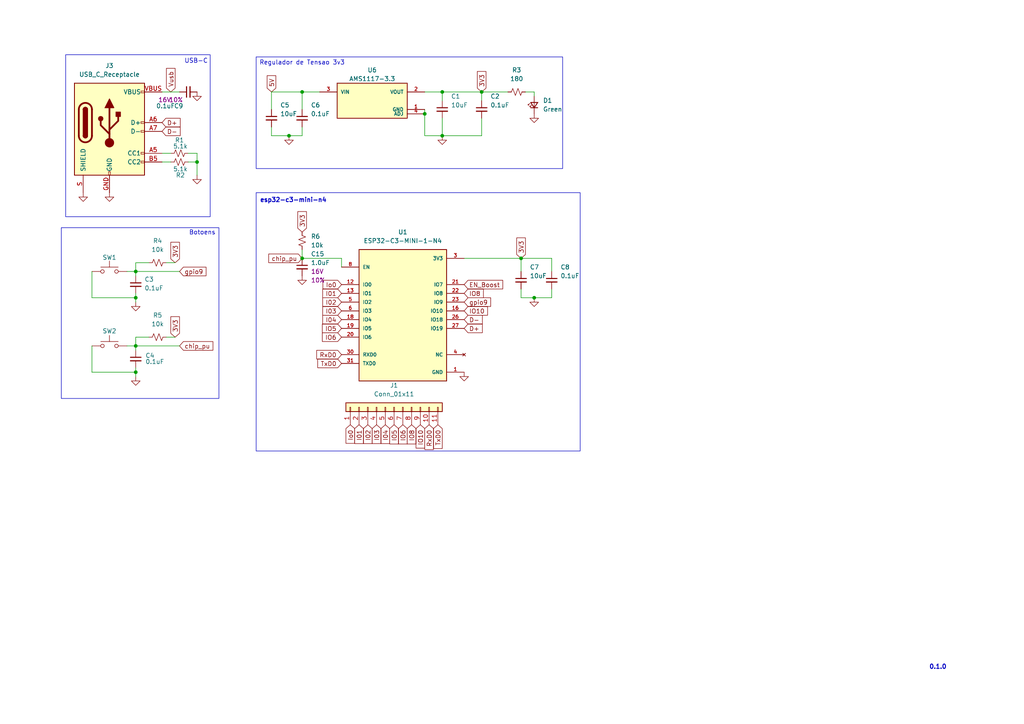
<source format=kicad_sch>
(kicad_sch (version 20250114) (generator "eeschema") (generator_version "9.0")
  (paper "A4")
  (lib_symbols
    (symbol "AMS1117-3.3:AMS1117-3.3" (pin_names (offset 1.016))
      (property "Reference" "U6" (at 0 8.89 0))
      (property "Value" "AMS1117-3.3" (at 0 6.35 0))
      (symbol "AMS1117-3.3_0_0"
        (rectangle (start -10.16 5.08) (end 10.16 -5.08) (stroke (width 0.254)) (fill (type background)))
        (pin input line (at -15.24 2.54 0) (length 5.08) (name "VIN") (number "3"))
        (pin output line (at 15.24 2.54 180) (length 5.08) (name "VOUT") (number "2"))
      )
      (symbol "AMS1117-3.3_1_0"
        (pin power_in line (at 15.24 -2.54 180) (length 5.08) (name "GND") (number "1"))
        (pin power_in line (at 15.24 -3.81 180) (length 5.08) (name "ADJ") (number "4"))
      )
    )
    (symbol "ESP32-C3-MINI-1-N4:ESP32-C3-MINI-1-N4" (pin_names (offset 1.016))
      (property "Reference" "U" (at -12.7 18.796 0))
      (property "Value" "ESP32-C3-MINI-1-N4" (at -12.7 -22.86 0))
      (symbol "ESP32-C3-MINI-1-N4_0_0"
        (rectangle (start -12.7 -20.32) (end 12.7 17.78) (stroke (width 0.254)) (fill (type background)))
        (pin input line (at -17.78 12.7 0) (length 5.08) (name "EN") (number "8"))
        (pin bidirectional line (at -17.78 7.62 0) (length 5.08) (name "IO0") (number "12"))
        (pin bidirectional line (at -17.78 5.08 0) (length 5.08) (name "IO1") (number "13"))
        (pin bidirectional line (at -17.78 2.54 0) (length 5.08) (name "IO2") (number "5"))
        (pin bidirectional line (at -17.78 0 0) (length 5.08) (name "IO3") (number "6"))
        (pin bidirectional line (at -17.78 -2.54 0) (length 5.08) (name "IO4") (number "18"))
        (pin bidirectional line (at -17.78 -5.08 0) (length 5.08) (name "IO5") (number "19"))
        (pin bidirectional line (at -17.78 -7.62 0) (length 5.08) (name "IO6") (number "20"))
        (pin bidirectional line (at -17.78 -12.7 0) (length 5.08) (name "RXD0") (number "30"))
        (pin bidirectional line (at -17.78 -15.24 0) (length 5.08) (name "TXD0") (number "31"))
        (pin power_in line (at 17.78 15.24 180) (length 5.08) (name "3V3") (number "3"))
        (pin bidirectional line (at 17.78 7.62 180) (length 5.08) (name "IO7") (number "21"))
        (pin bidirectional line (at 17.78 5.08 180) (length 5.08) (name "IO8") (number "22"))
        (pin bidirectional line (at 17.78 2.54 180) (length 5.08) (name "IO9") (number "23"))
        (pin bidirectional line (at 17.78 0 180) (length 5.08) (name "IO10") (number "16"))
        (pin bidirectional line (at 17.78 -2.54 180) (length 5.08) (name "IO18") (number "26"))
        (pin bidirectional line (at 17.78 -5.08 180) (length 5.08) (name "IO19") (number "27"))
        (pin no_connect line (at 17.78 -12.7 180) (length 5.08) (hide yes) (name "NC") (number "10"))
        (pin no_connect line (at 17.78 -12.7 180) (length 5.08) (hide yes) (name "NC") (number "15"))
        (pin no_connect line (at 17.78 -12.7 180) (length 5.08) (hide yes) (name "NC") (number "17"))
        (pin no_connect line (at 17.78 -12.7 180) (length 5.08) (hide yes) (name "NC") (number "24"))
        (pin no_connect line (at 17.78 -12.7 180) (length 5.08) (hide yes) (name "NC") (number "25"))
        (pin no_connect line (at 17.78 -12.7 180) (length 5.08) (hide yes) (name "NC") (number "28"))
        (pin no_connect line (at 17.78 -12.7 180) (length 5.08) (hide yes) (name "NC") (number "29"))
        (pin no_connect line (at 17.78 -12.7 180) (length 5.08) (hide yes) (name "NC") (number "32"))
        (pin no_connect line (at 17.78 -12.7 180) (length 5.08) (hide yes) (name "NC") (number "33"))
        (pin no_connect line (at 17.78 -12.7 180) (length 5.08) (hide yes) (name "NC") (number "34"))
        (pin no_connect line (at 17.78 -12.7 180) (length 5.08) (hide yes) (name "NC") (number "35"))
        (pin no_connect line (at 17.78 -12.7 180) (length 5.08) (name "NC") (number "4"))
        (pin no_connect line (at 17.78 -12.7 180) (length 5.08) (hide yes) (name "NC") (number "7"))
        (pin no_connect line (at 17.78 -12.7 180) (length 5.08) (hide yes) (name "NC") (number "9"))
        (pin power_in line (at 17.78 -17.78 180) (length 5.08) (name "GND") (number "1"))
        (pin power_in line (at 17.78 -17.78 180) (length 5.08) (hide yes) (name "GND") (number "11"))
        (pin power_in line (at 17.78 -17.78 180) (length 5.08) (hide yes) (name "GND") (number "14"))
        (pin power_in line (at 17.78 -17.78 180) (length 5.08) (hide yes) (name "GND") (number "2"))
        (pin power_in line (at 17.78 -17.78 180) (length 5.08) (hide yes) (name "GND") (number "36"))
        (pin power_in line (at 17.78 -17.78 180) (length 5.08) (hide yes) (name "GND") (number "37"))
        (pin power_in line (at 17.78 -17.78 180) (length 5.08) (hide yes) (name "GND") (number "38"))
        (pin power_in line (at 17.78 -17.78 180) (length 5.08) (hide yes) (name "GND") (number "39"))
        (pin power_in line (at 17.78 -17.78 180) (length 5.08) (hide yes) (name "GND") (number "40"))
        (pin power_in line (at 17.78 -17.78 180) (length 5.08) (hide yes) (name "GND") (number "41"))
        (pin power_in line (at 17.78 -17.78 180) (length 5.08) (hide yes) (name "GND") (number "42"))
        (pin power_in line (at 17.78 -17.78 180) (length 5.08) (hide yes) (name "GND") (number "43"))
        (pin power_in line (at 17.78 -17.78 180) (length 5.08) (hide yes) (name "GND") (number "44"))
        (pin power_in line (at 17.78 -17.78 180) (length 5.08) (hide yes) (name "GND") (number "45"))
        (pin power_in line (at 17.78 -17.78 180) (length 5.08) (hide yes) (name "GND") (number "46"))
        (pin power_in line (at 17.78 -17.78 180) (length 5.08) (hide yes) (name "GND") (number "47"))
        (pin power_in line (at 17.78 -17.78 180) (length 5.08) (hide yes) (name "GND") (number "48"))
        (pin power_in line (at 17.78 -17.78 180) (length 5.08) (hide yes) (name "GND") (number "49_1"))
        (pin power_in line (at 17.78 -17.78 180) (length 5.08) (hide yes) (name "GND") (number "49_2"))
        (pin power_in line (at 17.78 -17.78 180) (length 5.08) (hide yes) (name "GND") (number "49_3"))
        (pin power_in line (at 17.78 -17.78 180) (length 5.08) (hide yes) (name "GND") (number "49_4"))
        (pin power_in line (at 17.78 -17.78 180) (length 5.08) (hide yes) (name "GND") (number "49_5"))
        (pin power_in line (at 17.78 -17.78 180) (length 5.08) (hide yes) (name "GND") (number "49_6"))
        (pin power_in line (at 17.78 -17.78 180) (length 5.08) (hide yes) (name "GND") (number "49_7"))
        (pin power_in line (at 17.78 -17.78 180) (length 5.08) (hide yes) (name "GND") (number "49_8"))
        (pin power_in line (at 17.78 -17.78 180) (length 5.08) (hide yes) (name "GND") (number "49_9"))
        (pin power_in line (at 17.78 -17.78 180) (length 5.08) (hide yes) (name "GND") (number "50"))
        (pin power_in line (at 17.78 -17.78 180) (length 5.08) (hide yes) (name "GND") (number "51"))
        (pin power_in line (at 17.78 -17.78 180) (length 5.08) (hide yes) (name "GND") (number "52"))
        (pin power_in line (at 17.78 -17.78 180) (length 5.08) (hide yes) (name "GND") (number "53"))
      )
    )
    (symbol "PCM_4ms_Power-symbol:GND" (power) (pin_names (offset 0))
      (property "Value" "GND" (at 0 -3.81 0))
      (symbol "GND_0_1"
        (polyline (pts (xy 0 0) (xy 0 -1.27) (xy 1.27 -1.27) (xy 0 -2.54) (xy -1.27 -1.27) (xy 0 -1.27)))
      )
      (symbol "GND_1_1"
        (pin power_in line (at 0 0 270) (length 0) (hide yes) (name "GND") (number "1"))
      )
    )
    (symbol "PCM_SparkFun-Capacitor:0.1uF_0402_16V_10%" (pin_numbers (hide yes)) (pin_names (offset 0.254))
      (property "Reference" "C" (at 0.635 2.54 0))
      (property "Value" "0.1uF" (at 0.635 -2.54 0))
      (property "Voltage" "16V" (at 0 -6.35 0))
      (property "Tolerance" "10%" (at 0 -8.89 0))
      (symbol "0.1uF_0402_16V_10%_0_1"
        (polyline (pts (xy -1.524 0.508) (xy 1.524 0.508)) (stroke (width 0.3048)))
        (polyline (pts (xy -1.524 -0.508) (xy 1.524 -0.508)) (stroke (width 0.3302)))
      )
      (symbol "0.1uF_0402_16V_10%_1_1"
        (pin passive line (at 0 2.54 270) (length 2.032) (name "~") (number "1"))
        (pin passive line (at 0 -2.54 90) (length 2.032) (name "~") (number "2"))
      )
    )
    (symbol "PCM_SparkFun-Capacitor:1.0uF_0402_16V_10%" (pin_numbers (hide yes)) (pin_names (offset 0.254))
      (property "Reference" "C" (at 0.635 2.54 0))
      (property "Value" "1.0uF" (at 0.635 -2.54 0))
      (property "Voltage" "16V" (at 0 -6.35 0))
      (property "Tolerance" "10%" (at 0 -8.89 0))
      (symbol "1.0uF_0402_16V_10%_0_1"
        (polyline (pts (xy -1.524 0.508) (xy 1.524 0.508)) (stroke (width 0.3048)))
        (polyline (pts (xy -1.524 -0.508) (xy 1.524 -0.508)) (stroke (width 0.3302)))
      )
      (symbol "1.0uF_0402_16V_10%_1_1"
        (pin passive line (at 0 2.54 270) (length 2.032) (name "~") (number "1"))
        (pin passive line (at 0 -2.54 90) (length 2.032) (name "~") (number "2"))
      )
    )
    (symbol "PCM_SparkFun-Capacitor:10uF_0603_6.3V_20%" (pin_numbers (hide yes)) (pin_names (offset 0.254))
      (property "Reference" "C" (at 0.635 2.54 0))
      (property "Value" "10uF" (at 0.635 -2.54 0))
      (property "Voltage" "6.3V" (at 0 -6.35 0))
      (property "Tolerance" "20%" (at 0 -8.89 0))
      (symbol "10uF_0603_6.3V_20%_0_1"
        (polyline (pts (xy -1.524 0.508) (xy 1.524 0.508)) (stroke (width 0.3048)))
        (polyline (pts (xy -1.524 -0.508) (xy 1.524 -0.508)) (stroke (width 0.3302)))
      )
      (symbol "10uF_0603_6.3V_20%_1_1"
        (pin passive line (at 0 2.54 270) (length 2.032) (name "~") (number "1"))
        (pin passive line (at 0 -2.54 90) (length 2.032) (name "~") (number "2"))
      )
    )
    (symbol "PCM_SparkFun-Connector:Conn_01x11_P2.54mm" (pin_names (offset 1.016) (hide yes))
      (property "Reference" "J" (at 0 15.24 0))
      (property "Value" "Conn_01x11" (at 0 -15.24 0))
      (symbol "Conn_01x11_P2.54mm_1_1"
        (rectangle (start -1.27 13.97) (end 1.27 -13.97) (stroke (width 0.254)) (fill (type background)))
        (rectangle (start -1.27 12.827) (end 0 12.573) (stroke (width 0.1524)))
        (rectangle (start -1.27 10.287) (end 0 10.033) (stroke (width 0.1524)))
        (rectangle (start -1.27 7.747) (end 0 7.493) (stroke (width 0.1524)))
        (rectangle (start -1.27 5.207) (end 0 4.953) (stroke (width 0.1524)))
        (rectangle (start -1.27 2.667) (end 0 2.413) (stroke (width 0.1524)))
        (rectangle (start -1.27 0.127) (end 0 -0.127) (stroke (width 0.1524)))
        (rectangle (start -1.27 -2.413) (end 0 -2.667) (stroke (width 0.1524)))
        (rectangle (start -1.27 -4.953) (end 0 -5.207) (stroke (width 0.1524)))
        (rectangle (start -1.27 -7.493) (end 0 -7.747) (stroke (width 0.1524)))
        (rectangle (start -1.27 -10.033) (end 0 -10.287) (stroke (width 0.1524)))
        (rectangle (start -1.27 -12.573) (end 0 -12.827) (stroke (width 0.1524)))
        (pin passive line (at -5.08 12.7 0) (length 3.81) (name "Pin_1") (number "1"))
        (pin passive line (at -5.08 10.16 0) (length 3.81) (name "Pin_2") (number "2"))
        (pin passive line (at -5.08 7.62 0) (length 3.81) (name "Pin_3") (number "3"))
        (pin passive line (at -5.08 5.08 0) (length 3.81) (name "Pin_4") (number "4"))
        (pin passive line (at -5.08 2.54 0) (length 3.81) (name "Pin_5") (number "5"))
        (pin passive line (at -5.08 0 0) (length 3.81) (name "Pin_6") (number "6"))
        (pin passive line (at -5.08 -2.54 0) (length 3.81) (name "Pin_7") (number "7"))
        (pin passive line (at -5.08 -5.08 0) (length 3.81) (name "Pin_8") (number "8"))
        (pin passive line (at -5.08 -7.62 0) (length 3.81) (name "Pin_9") (number "9"))
        (pin passive line (at -5.08 -10.16 0) (length 3.81) (name "Pin_10") (number "10"))
        (pin passive line (at -5.08 -12.7 0) (length 3.81) (name "Pin_11") (number "11"))
      )
    )
    (symbol "PCM_SparkFun-Connector:USB_C_Receptacle" (pin_names (offset 1.016))
      (property "Reference" "J" (at -10.16 12.7 0))
      (property "Value" "USB_C_Receptacle" (at 19.05 12.7 0))
      (symbol "USB_C_Receptacle_0_0"
        (rectangle (start -0.254 -15.24) (end 0.254 -14.224))
        (rectangle (start 10.16 9.144) (end 9.144 8.636))
        (rectangle (start 10.16 0.254) (end 9.144 -0.254))
        (rectangle (start 10.16 -2.286) (end 9.144 -2.794))
        (rectangle (start 10.16 -8.636) (end 9.144 -9.144))
        (rectangle (start 10.16 -11.176) (end 9.144 -11.684))
      )
      (symbol "USB_C_Receptacle_0_1"
        (rectangle (start -10.16 11.43) (end 10.16 -15.24) (stroke (width 0.254)) (fill (type background)))
        (polyline (pts (xy -8.89 -3.81) (xy -8.89 3.81)) (stroke (width 0.508)))
        (rectangle (start -7.62 -3.81) (end -6.35 3.81) (stroke (width 0.254)) (fill (type outline)))
        (arc (start -7.62 3.81) (mid -6.985 4.4423) (end -6.35 3.81) (stroke (width 0.254)))
        (arc (start -7.62 3.81) (mid -6.985 4.4423) (end -6.35 3.81) (stroke (width 0.254)) (fill (type outline)))
        (arc (start -8.89 3.81) (mid -6.985 5.7067) (end -5.08 3.81) (stroke (width 0.508)))
        (arc (start -5.08 -3.81) (mid -6.985 -5.7067) (end -8.89 -3.81) (stroke (width 0.508)))
        (arc (start -6.35 -3.81) (mid -6.985 -4.4423) (end -7.62 -3.81) (stroke (width 0.254)))
        (arc (start -6.35 -3.81) (mid -6.985 -4.4423) (end -7.62 -3.81) (stroke (width 0.254)) (fill (type outline)))
        (polyline (pts (xy -5.08 3.81) (xy -5.08 -3.81)) (stroke (width 0.508)))
        (circle (center -2.54 1.143) (radius 0.635) (stroke (width 0.254)) (fill (type outline)))
        (polyline (pts (xy -1.27 4.318) (xy 0 6.858) (xy 1.27 4.318) (xy -1.27 4.318)) (stroke (width 0.254)) (fill (type outline)))
        (polyline (pts (xy 0 -2.032) (xy 2.54 0.508) (xy 2.54 1.778)) (stroke (width 0.508)))
        (polyline (pts (xy 0 -3.302) (xy -2.54 -0.762) (xy -2.54 0.508)) (stroke (width 0.508)))
        (polyline (pts (xy 0 -5.842) (xy 0 4.318)) (stroke (width 0.508)))
        (circle (center 0 -5.842) (radius 1.27) (fill (type outline)))
        (rectangle (start 1.905 1.778) (end 3.175 3.048) (stroke (width 0.254)) (fill (type outline)))
      )
      (symbol "USB_C_Receptacle_1_1"
        (pin passive line (at -7.62 -20.32 90) (length 5.08) (name "SHIELD") (number "S"))
        (pin no_connect line (at -5.08 -15.24 90) (length 5.08) (hide yes) (name "NC") (number "NC1"))
        (pin no_connect line (at -3.81 -15.24 90) (length 5.08) (hide yes) (name "NC") (number "NC2"))
        (pin no_connect line (at -2.54 -15.24 90) (length 5.08) (hide yes) (name "NC") (number "NC3"))
        (pin passive line (at 0 -20.32 90) (length 5.08) (name "GND") (number "GND"))
        (pin no_connect line (at 2.54 -15.24 90) (length 5.08) (hide yes) (name "NC") (number "A8"))
        (pin no_connect line (at 3.81 -15.24 90) (length 5.08) (hide yes) (name "NC") (number "B8"))
        (pin power_out line (at 15.24 8.89 180) (length 5.08) (name "VBUS") (number "VBUS"))
        (pin bidirectional line (at 15.24 0 180) (length 5.08) (name "D+") (number "A6"))
        (pin bidirectional line (at 15.24 0 180) (length 5.08) (hide yes) (name "D+") (number "B6"))
        (pin bidirectional line (at 15.24 -2.54 180) (length 5.08) (name "D-") (number "A7"))
        (pin bidirectional line (at 15.24 -2.54 180) (length 5.08) (hide yes) (name "D-") (number "B7"))
        (pin bidirectional line (at 15.24 -8.89 180) (length 5.08) (name "CC1") (number "A5"))
        (pin bidirectional line (at 15.24 -11.43 180) (length 5.08) (name "CC2") (number "B5"))
      )
    )
    (symbol "PCM_SparkFun-LED:LED_Green_1206" (pin_numbers (hide yes)) (pin_names (offset 1.016) (hide yes))
      (property "Reference" "D" (at 0 2.54 0))
      (property "Value" "Green" (at 0 -2.54 0))
      (symbol "LED_Green_1206_0_1"
        (polyline (pts (xy -0.762 -1.016) (xy -0.762 1.016)) (stroke (width 0.254)))
        (polyline (pts (xy 0 0.762) (xy -0.508 1.27) (xy -0.254 1.27) (xy -0.508 1.27) (xy -0.508 1.016)))
        (polyline (pts (xy 0.508 1.27) (xy 0 1.778) (xy 0.254 1.778) (xy 0 1.778) (xy 0 1.524)))
        (polyline (pts (xy 0.762 -1.016) (xy -0.762 0) (xy 0.762 1.016) (xy 0.762 -1.016)) (stroke (width 0.254)))
        (polyline (pts (xy 1.016 0) (xy -0.762 0)))
      )
      (symbol "LED_Green_1206_1_1"
        (pin passive line (at -2.54 0 0) (length 1.778) (name "K") (number "1"))
        (pin passive line (at 2.54 0 180) (length 1.778) (name "A") (number "2"))
      )
    )
    (symbol "PCM_SparkFun-Resistor:10k_0603" (pin_numbers (hide yes)) (pin_names (offset 0))
      (property "Reference" "R" (at 0 -2.54 0))
      (property "Value" "10k" (at 0 2.54 0))
      (symbol "10k_0603_0_1"
        (polyline (pts (xy -1.524 0) (xy -1.143 1.016) (xy -0.762 0) (xy -0.381 -1.016) (xy 0 0)))
        (polyline (pts (xy 0 0) (xy 0.381 1.016) (xy 0.762 0) (xy 1.143 -1.016) (xy 1.524 0)))
      )
      (symbol "10k_0603_1_1"
        (pin passive line (at -2.54 0 0) (length 1.016) (name "~") (number "1"))
        (pin passive line (at 2.54 0 180) (length 1.016) (name "~") (number "2"))
      )
    )
    (symbol "PCM_SparkFun-Resistor:180_0603" (pin_numbers (hide yes)) (pin_names (offset 0))
      (property "Reference" "R" (at 0 -2.54 0))
      (property "Value" "180" (at 0 2.54 0))
      (symbol "180_0603_0_1"
        (polyline (pts (xy -1.524 0) (xy -1.143 1.016) (xy -0.762 0) (xy -0.381 -1.016) (xy 0 0)))
        (polyline (pts (xy 0 0) (xy 0.381 1.016) (xy 0.762 0) (xy 1.143 -1.016) (xy 1.524 0)))
      )
      (symbol "180_0603_1_1"
        (pin passive line (at -2.54 0 0) (length 1.016) (name "~") (number "1"))
        (pin passive line (at 2.54 0 180) (length 1.016) (name "~") (number "2"))
      )
    )
    (symbol "PCM_SparkFun-Resistor:5.1k_0603" (pin_numbers (hide yes)) (pin_names (offset 0))
      (property "Reference" "R" (at 0 -2.54 0))
      (property "Value" "5.1k" (at 0 2.54 0))
      (symbol "5.1k_0603_0_1"
        (polyline (pts (xy -1.524 0) (xy -1.143 1.016) (xy -0.762 0) (xy -0.381 -1.016) (xy 0 0)))
        (polyline (pts (xy 0 0) (xy 0.381 1.016) (xy 0.762 0) (xy 1.143 -1.016) (xy 1.524 0)))
      )
      (symbol "5.1k_0603_1_1"
        (pin passive line (at -2.54 0 0) (length 1.016) (name "~") (number "1"))
        (pin passive line (at 2.54 0 180) (length 1.016) (name "~") (number "2"))
      )
    )
    (symbol "PCM_SparkFun-Switch:SPST_Push_SMD_4.6x2.8mm_h2.5mm" (pin_numbers (hide yes)) (pin_names (offset 0) (hide yes))
      (property "Reference" "SW" (at 0 5.08 0))
      (property "Value" "SMD_4.6x2.8mm_h2.5mm" (at 0 -2.54 0))
      (symbol "SPST_Push_SMD_4.6x2.8mm_h2.5mm_0_1"
        (circle (center -2.032 0) (radius 0.508))
        (polyline (pts (xy 0 1.27) (xy 0 3.048)))
        (circle (center 2.032 0) (radius 0.508))
        (polyline (pts (xy 2.54 1.27) (xy -2.54 1.27)))
        (pin passive line (at -5.08 0 0) (length 2.54) (name "1") (number "1"))
      )
      (symbol "SPST_Push_SMD_4.6x2.8mm_h2.5mm_1_1"
        (pin passive line (at 5.08 0 180) (length 2.54) (name "2") (number "2"))
      )
    )
  )
  (rectangle (start 74.295 16.51) (end 163.195 48.895))
  (rectangle (start 17.78 66.04) (end 63.5 115.57))
  (rectangle (start 74.295 55.88) (end 168.275 130.81))
  (rectangle (start 19.05 15.875) (end 60.96 62.865))
  (text "USB-C" (at 56.896 17.78 0) (effects (font (size 1.27 1.27))))
  (text "Regulador de Tensao 3v3" (at 87.63 18.288 0) (effects (font (size 1.27 1.27))))
  (text "Botoens" (at 58.674 67.564 0) (effects (font (size 1.27 1.27))))
  (text "esp32-c3-mini-n4" (at 85.09 58.166 0) (effects (font (size 1.27 1.27) (thickness 0.254) (bold yes))))
  (text "0.1.0" (at 272.034 193.548 0) (effects (font (size 1.27 1.27) (thickness 0.254) (bold yes))))
  (junction (at 39.37 78.74))
  (junction (at 139.7 26.67))
  (junction (at 39.37 107.95))
  (junction (at 128.27 39.37))
  (junction (at 57.15 46.99))
  (junction (at 87.63 74.93))
  (junction (at 154.94 86.36))
  (junction (at 83.82 39.37))
  (junction (at 87.63 26.67))
  (junction (at 39.37 100.33))
  (junction (at 128.27 26.67))
  (junction (at 123.19 33.02))
  (junction (at 151.13 74.93))
  (junction (at 39.37 86.36))
  (wire (pts (xy 87.63 36.83) (xy 87.63 39.37)))
  (wire (pts (xy 151.13 78.74) (xy 151.13 74.93)))
  (wire (pts (xy 128.27 34.29) (xy 128.27 39.37)))
  (wire (pts (xy 57.15 46.99) (xy 57.15 44.45)))
  (wire (pts (xy 99.06 77.47) (xy 99.06 74.93)))
  (wire (pts (xy 39.37 107.95) (xy 39.37 106.68)))
  (wire (pts (xy 128.27 39.37) (xy 139.7 39.37)))
  (wire (pts (xy 160.02 74.93) (xy 160.02 78.74)))
  (wire (pts (xy 160.02 86.36) (xy 160.02 83.82)))
  (wire (pts (xy 36.83 100.33) (xy 39.37 100.33)))
  (wire (pts (xy 152.4 26.67) (xy 154.94 26.67)))
  (wire (pts (xy 39.37 100.33) (xy 52.07 100.33)))
  (wire (pts (xy 78.74 26.67) (xy 87.63 26.67)))
  (wire (pts (xy 151.13 83.82) (xy 151.13 86.36)))
  (wire (pts (xy 123.19 31.75) (xy 123.19 33.02)))
  (wire (pts (xy 87.63 26.67) (xy 87.63 31.75)))
  (wire (pts (xy 39.37 86.36) (xy 39.37 87.63)))
  (wire (pts (xy 123.19 39.37) (xy 128.27 39.37)))
  (wire (pts (xy 78.74 26.67) (xy 78.74 31.75)))
  (wire (pts (xy 39.37 100.33) (xy 39.37 101.6)))
  (wire (pts (xy 134.62 74.93) (xy 151.13 74.93)))
  (wire (pts (xy 50.8 76.2) (xy 48.26 76.2)))
  (wire (pts (xy 123.19 26.67) (xy 128.27 26.67)))
  (wire (pts (xy 78.74 39.37) (xy 83.82 39.37)))
  (wire (pts (xy 128.27 26.67) (xy 139.7 26.67)))
  (wire (pts (xy 54.61 46.99) (xy 57.15 46.99)))
  (wire (pts (xy 128.27 29.21) (xy 128.27 26.67)))
  (wire (pts (xy 46.99 46.99) (xy 49.53 46.99)))
  (wire (pts (xy 154.94 86.36) (xy 160.02 86.36)))
  (wire (pts (xy 57.15 50.8) (xy 57.15 46.99)))
  (wire (pts (xy 123.19 33.02) (xy 123.19 39.37)))
  (wire (pts (xy 39.37 78.74) (xy 52.07 78.74)))
  (wire (pts (xy 87.63 26.67) (xy 92.71 26.67)))
  (wire (pts (xy 26.67 100.33) (xy 26.67 107.95)))
  (wire (pts (xy 139.7 26.67) (xy 147.32 26.67)))
  (wire (pts (xy 87.63 72.39) (xy 87.63 74.93)))
  (wire (pts (xy 99.06 74.93) (xy 87.63 74.93)))
  (wire (pts (xy 139.7 39.37) (xy 139.7 34.29)))
  (wire (pts (xy 78.74 36.83) (xy 78.74 39.37)))
  (wire (pts (xy 39.37 76.2) (xy 39.37 78.74)))
  (wire (pts (xy 39.37 97.79) (xy 39.37 100.33)))
  (wire (pts (xy 83.82 39.37) (xy 87.63 39.37)))
  (wire (pts (xy 57.15 44.45) (xy 54.61 44.45)))
  (wire (pts (xy 154.94 26.67) (xy 154.94 27.94)))
  (wire (pts (xy 26.67 86.36) (xy 39.37 86.36)))
  (wire (pts (xy 43.18 76.2) (xy 39.37 76.2)))
  (wire (pts (xy 50.8 97.79) (xy 48.26 97.79)))
  (wire (pts (xy 26.67 107.95) (xy 39.37 107.95)))
  (wire (pts (xy 151.13 74.93) (xy 160.02 74.93)))
  (wire (pts (xy 43.18 97.79) (xy 39.37 97.79)))
  (wire (pts (xy 139.7 26.67) (xy 139.7 29.21)))
  (wire (pts (xy 26.67 78.74) (xy 26.67 86.36)))
  (wire (pts (xy 36.83 78.74) (xy 39.37 78.74)))
  (wire (pts (xy 151.13 86.36) (xy 154.94 86.36)))
  (wire (pts (xy 39.37 78.74) (xy 39.37 80.01)))
  (wire (pts (xy 39.37 107.95) (xy 39.37 109.22)))
  (wire (pts (xy 49.53 44.45) (xy 46.99 44.45)))
  (wire (pts (xy 39.37 86.36) (xy 39.37 85.09)))
  (wire (pts (xy 46.99 26.67) (xy 52.07 26.67)))
  (global_label "IO8" (shape input) (at 134.62 85.09 0) (property "Intersheetrefs" "${INTERSHEET_REFS}" (effects (hide yes))))
  (global_label "TxD0" (shape input) (at 99.06 105.41 180) (property "Intersheetrefs" "${INTERSHEET_REFS}" (effects (hide yes))))
  (global_label "I03" (shape input) (at 109.22 123.19 270) (property "Intersheetrefs" "${INTERSHEET_REFS}" (effects (hide yes))))
  (global_label "IO5" (shape input) (at 99.06 95.25 180) (property "Intersheetrefs" "${INTERSHEET_REFS}" (effects (hide yes))))
  (global_label "3V3" (shape input) (at 50.8 76.2 90) (property "Intersheetrefs" "${INTERSHEET_REFS}" (effects (hide yes))))
  (global_label "Io0" (shape input) (at 101.6 123.19 270) (property "Intersheetrefs" "${INTERSHEET_REFS}" (effects (hide yes))))
  (global_label "chip_pu" (shape input) (at 87.63 74.93 180) (property "Intersheetrefs" "${INTERSHEET_REFS}" (effects (hide yes))))
  (global_label "D+" (shape input) (at 134.62 95.25 0) (property "Intersheetrefs" "${INTERSHEET_REFS}" (effects (hide yes))))
  (global_label "D-" (shape input) (at 134.62 92.71 0) (property "Intersheetrefs" "${INTERSHEET_REFS}" (effects (hide yes))))
  (global_label "I01" (shape input) (at 99.06 85.09 180) (property "Intersheetrefs" "${INTERSHEET_REFS}" (effects (hide yes))))
  (global_label "IO5" (shape input) (at 114.3 123.19 270) (property "Intersheetrefs" "${INTERSHEET_REFS}" (effects (hide yes))))
  (global_label "3V3" (shape input) (at 87.63 67.31 90) (property "Intersheetrefs" "${INTERSHEET_REFS}" (effects (hide yes))))
  (global_label "D-" (shape input) (at 46.99 38.1 0) (property "Intersheetrefs" "${INTERSHEET_REFS}" (effects (hide yes))))
  (global_label "gpio9" (shape input) (at 134.62 87.63 0) (property "Intersheetrefs" "${INTERSHEET_REFS}" (effects (hide yes))))
  (global_label "chip_pu" (shape input) (at 52.07 100.33 0) (property "Intersheetrefs" "${INTERSHEET_REFS}" (effects (hide yes))))
  (global_label "Vusb" (shape input) (at 49.53 26.67 90) (property "Intersheetrefs" "${INTERSHEET_REFS}" (effects (hide yes))))
  (global_label "gpio9" (shape input) (at 52.07 78.74 0) (property "Intersheetrefs" "${INTERSHEET_REFS}" (effects (hide yes))))
  (global_label "5V" (shape input) (at 78.74 26.67 90) (property "Intersheetrefs" "${INTERSHEET_REFS}" (effects (hide yes))))
  (global_label "3V3" (shape input) (at 50.8 97.79 90) (property "Intersheetrefs" "${INTERSHEET_REFS}" (effects (hide yes))))
  (global_label "IO10" (shape input) (at 121.92 123.19 270) (property "Intersheetrefs" "${INTERSHEET_REFS}" (effects (hide yes))))
  (global_label "D+" (shape input) (at 46.99 35.56 0) (property "Intersheetrefs" "${INTERSHEET_REFS}" (effects (hide yes))))
  (global_label "EN_Boost" (shape input) (at 134.62 82.55 0) (property "Intersheetrefs" "${INTERSHEET_REFS}" (effects (hide yes))))
  (global_label "I04" (shape input) (at 111.76 123.19 270) (property "Intersheetrefs" "${INTERSHEET_REFS}" (effects (hide yes))))
  (global_label "IO10" (shape input) (at 134.62 90.17 0) (property "Intersheetrefs" "${INTERSHEET_REFS}" (effects (hide yes))))
  (global_label "I02" (shape input) (at 99.06 87.63 180) (property "Intersheetrefs" "${INTERSHEET_REFS}" (effects (hide yes))))
  (global_label "I04" (shape input) (at 99.06 92.71 180) (property "Intersheetrefs" "${INTERSHEET_REFS}" (effects (hide yes))))
  (global_label "IO6" (shape input) (at 116.84 123.19 270) (property "Intersheetrefs" "${INTERSHEET_REFS}" (effects (hide yes))))
  (global_label "RxD0" (shape input) (at 124.46 123.19 270) (property "Intersheetrefs" "${INTERSHEET_REFS}" (effects (hide yes))))
  (global_label "RxD0" (shape input) (at 99.06 102.87 180) (property "Intersheetrefs" "${INTERSHEET_REFS}" (effects (hide yes))))
  (global_label "3V3" (shape input) (at 139.7 26.67 90) (property "Intersheetrefs" "${INTERSHEET_REFS}" (effects (hide yes))))
  (global_label "IO6" (shape input) (at 99.06 97.79 180) (property "Intersheetrefs" "${INTERSHEET_REFS}" (effects (hide yes))))
  (global_label "TxD0" (shape input) (at 127 123.19 270) (property "Intersheetrefs" "${INTERSHEET_REFS}" (effects (hide yes))))
  (global_label "Io0" (shape input) (at 99.06 82.55 180) (property "Intersheetrefs" "${INTERSHEET_REFS}" (effects (hide yes))))
  (global_label "3V3" (shape input) (at 151.13 74.93 90) (property "Intersheetrefs" "${INTERSHEET_REFS}" (effects (hide yes))))
  (global_label "I02" (shape input) (at 106.68 123.19 270) (property "Intersheetrefs" "${INTERSHEET_REFS}" (effects (hide yes))))
  (global_label "IO8" (shape input) (at 119.38 123.19 270) (property "Intersheetrefs" "${INTERSHEET_REFS}" (effects (hide yes))))
  (global_label "I03" (shape input) (at 99.06 90.17 180) (property "Intersheetrefs" "${INTERSHEET_REFS}" (effects (hide yes))))
  (global_label "I01" (shape input) (at 104.14 123.19 270) (property "Intersheetrefs" "${INTERSHEET_REFS}" (effects (hide yes))))
  (symbol (lib_id "PCM_SparkFun-Resistor:180_0603") (at 149.86 26.67 0) (unit 1)
    (property "Reference" "R3" (at 149.86 20.32 0))
    (property "Value" "180" (at 149.86 22.86 0))
    (property "Footprint" "PCM_SparkFun-Resistor:R_0603_1608Metric" (effects (hide yes)))
    (property "Description" "Resistor" (effects (hide yes)))
    (property "PROD_ID" "RES-08788" (effects (hide yes)))
  )
  (symbol (lib_id "ESP32-C3-MINI-1-N4:ESP32-C3-MINI-1-N4") (at 116.84 90.17 0) (unit 1)
    (property "Reference" "U1" (at 116.84 67.31 0))
    (property "Value" "ESP32-C3-MINI-1-N4" (at 116.84 69.85 0))
    (property "Footprint" "ESP32-C3-MINI-1-N4:XCVR_ESP32-C3-MINI-1-N4" (effects (hide yes)))
    (property "MF" "Espressif Systems" (effects (hide yes)))
    (property "MAXIMUM_PACKAGE_HEIGHT" "2.55mm" (effects (hide yes)))
    (property "Package" "SMD-53 Espressif Systems" (effects (hide yes)))
    (property "Price" "None" (effects (hide yes)))
    (property "Check_prices" "https://www.snapeda.com/parts/ESP32-C3-MINI-1-N4/Espressif+Systems/view-part/?ref=eda" (effects (hide yes)))
    (property "STANDARD" "Manufacturer Recommendations" (effects (hide yes)))
    (property "PARTREV" "v1.0" (effects (hide yes)))
    (property "SnapEDA_Link" "https://www.snapeda.com/parts/ESP32-C3-MINI-1-N4/Espressif+Systems/view-part/?ref=snap" (effects (hide yes)))
    (property "MP" "ESP32-C3-MINI-1-N4" (effects (hide yes)))
    (property "Description_1" "Bluetooth, WiFi 802.11b/g/n, Bluetooth v5.0 Transceiver Module 2.412GHz ~ 2.484GHz PCB Trace Surface Mount" (effects (hide yes)))
    (property "Availability" "In Stock" (effects (hide yes)))
    (property "MANUFACTURER" "Espressif Systems" (effects (hide yes)))
  )
  (symbol (lib_id "PCM_SparkFun-Resistor:10k_0603") (at 87.63 69.85 90) (unit 1)
    (property "Reference" "R6" (at 90.17 68.5799 90) (effects (justify right)))
    (property "Value" "10k" (at 90.17 71.1199 90) (effects (justify right)))
    (property "Footprint" "PCM_SparkFun-Resistor:R_0603_1608Metric" (effects (hide yes)))
    (property "Datasheet" "https://www.vishay.com/docs/20035/dcrcwe3.pdf" (effects (hide yes)))
    (property "Description" "Resistor" (effects (hide yes)))
    (property "PROD_ID" "RES-00824" (effects (hide yes)))
  )
  (symbol (lib_id "PCM_4ms_Power-symbol:GND") (at 134.62 107.95 0) (unit 1)
    (property "Reference" "#PWR011" (effects (hide yes)))
    (property "Value" "GND" (effects (hide yes)))
  )
  (symbol (lib_id "PCM_SparkFun-Resistor:10k_0603") (at 45.72 97.79 0) (unit 1)
    (property "Reference" "R5" (at 45.72 91.44 0))
    (property "Value" "10k" (at 45.72 93.98 0))
    (property "Footprint" "PCM_SparkFun-Resistor:R_0603_1608Metric" (effects (hide yes)))
    (property "Datasheet" "https://www.vishay.com/docs/20035/dcrcwe3.pdf" (effects (hide yes)))
    (property "Description" "Resistor" (effects (hide yes)))
    (property "PROD_ID" "RES-00824" (effects (hide yes)))
  )
  (symbol (lib_id "PCM_SparkFun-Connector:Conn_01x11_P2.54mm") (at 114.3 118.11 90) (unit 1)
    (property "Reference" "J1" (at 114.3 111.76 90))
    (property "Value" "Conn_01x11" (at 114.3 114.3 90))
    (property "Footprint" "PCM_SparkFun-Connector:1x11_P2.54mm" (effects (hide yes)))
    (property "Description" "Basic 0.1\" PTH" (effects (hide yes)))
  )
  (symbol (lib_id "PCM_SparkFun-Capacitor:0.1uF_0402_16V_10%") (at 87.63 34.29 0) (unit 1)
    (property "Reference" "C6" (at 90.17 30.4862 0) (effects (justify left)))
    (property "Value" "0.1uF" (at 90.17 33.0262 0) (effects (justify left)))
    (property "Footprint" "PCM_SparkFun-Capacitor:C_0402_1005Metric" (effects (hide yes)))
    (property "Datasheet" "https://cdn.sparkfun.com/assets/8/a/4/a/5/Kemet_Capacitor_Datasheet.pdf" (effects (hide yes)))
    (property "Description" "Unpolarized capacitor" (effects (hide yes)))
    (property "PROD_ID" "CAP-25565" (effects (hide yes)))
    (property "Voltage" "16V" (effects (hide yes)))
    (property "Tolerance" "10%" (effects (hide yes)))
  )
  (symbol (lib_id "PCM_SparkFun-Capacitor:10uF_0603_6.3V_20%") (at 151.13 81.28 0) (unit 1)
    (property "Reference" "C7" (at 153.67 77.4762 0) (effects (justify left)))
    (property "Value" "10uF" (at 153.67 80.0162 0) (effects (justify left)))
    (property "Footprint" "PCM_SparkFun-Capacitor:C_0603_1608Metric" (effects (hide yes)))
    (property "Datasheet" "https://cdn.sparkfun.com/assets/8/a/4/a/5/Kemet_Capacitor_Datasheet.pdf" (effects (hide yes)))
    (property "Description" "Unpolarized capacitor" (effects (hide yes)))
    (property "PROD_ID" "CAP-25001" (effects (hide yes)))
    (property "Voltage" "6.3V" (effects (hide yes)))
    (property "Tolerance" "20%" (effects (hide yes)))
  )
  (symbol (lib_id "AMS1117-3.3:AMS1117-3.3") (at 107.95 29.21 0) (unit 1)
    (property "Reference" "U6" (at 107.95 20.32 0))
    (property "Value" "AMS1117-3.3" (at 107.95 22.86 0))
    (property "Footprint" "AMS1117-3.3:SOT229P700X180-4N" (effects (hide yes)))
    (property "MF" "Advanced Monolithic Systems" (effects (hide yes)))
    (property "MAXIMUM_PACKAGE_HEIGHT" "1.8 mm" (effects (hide yes)))
    (property "Package" "SOT-223 Seeed Technology" (effects (hide yes)))
    (property "Price" "None" (effects (hide yes)))
    (property "Check_prices" "https://www.snapeda.com/parts/AMS1117-3.3/Advanced+Monolithic+Systems/view-part/?ref=eda" (effects (hide yes)))
    (property "STANDARD" "IPC 7351B" (effects (hide yes)))
    (property "PARTREV" "N/A" (effects (hide yes)))
    (property "SnapEDA_Link" "https://www.snapeda.com/parts/AMS1117-3.3/Advanced+Monolithic+Systems/view-part/?ref=snap" (effects (hide yes)))
    (property "SNAPEDA_PACKAGE_ID" "71280" (effects (hide yes)))
    (property "MP" "AMS1117-3.3" (effects (hide yes)))
    (property "Description_1" "Sot223/Pkg 1-Amp 3.3-Volt Low Drop Out Voltage Regulatator" (effects (hide yes)))
    (property "MANUFACTURER" "Advanced Monolithic Systems" (effects (hide yes)))
    (property "Availability" "Not in stock" (effects (hide yes)))
    (property "SNAPEDA_PN" "AMS1117-3.3" (effects (hide yes)))
  )
  (symbol (lib_id "PCM_4ms_Power-symbol:GND") (at 128.27 39.37 0) (unit 1)
    (property "Reference" "#PWR04" (effects (hide yes)))
    (property "Value" "GND" (effects (hide yes)))
  )
  (symbol (lib_id "PCM_SparkFun-Resistor:5.1k_0603") (at 52.07 46.99 180) (unit 1)
    (property "Reference" "R2" (at 52.324 50.8 0))
    (property "Value" "5.1k" (at 52.324 49.022 0))
    (property "Footprint" "PCM_SparkFun-Resistor:R_0603_1608Metric" (effects (hide yes)))
    (property "Datasheet" "https://www.vishay.com/docs/20035/dcrcwe3.pdf" (effects (hide yes)))
    (property "Description" "Resistor" (effects (hide yes)))
    (property "PROD_ID" "RES-12083" (effects (hide yes)))
  )
  (symbol (lib_id "PCM_4ms_Power-symbol:GND") (at 39.37 109.22 0) (unit 1)
    (property "Reference" "#PWR07" (effects (hide yes)))
    (property "Value" "GND" (effects (hide yes)))
  )
  (symbol (lib_id "PCM_4ms_Power-symbol:GND") (at 154.94 86.36 0) (unit 1)
    (property "Reference" "#PWR09" (effects (hide yes)))
    (property "Value" "GND" (effects (hide yes)))
  )
  (symbol (lib_id "PCM_SparkFun-Capacitor:0.1uF_0402_16V_10%") (at 54.61 26.67 90) (unit 1)
    (property "Reference" "C9" (at 51.816 30.734 90))
    (property "Value" "0.1uF" (at 48.006 30.734 90))
    (property "Footprint" "PCM_SparkFun-Capacitor:C_0402_1005Metric" (effects (hide yes)))
    (property "Datasheet" "https://cdn.sparkfun.com/assets/8/a/4/a/5/Kemet_Capacitor_Datasheet.pdf" (effects (hide yes)))
    (property "Description" "Unpolarized capacitor" (effects (hide yes)))
    (property "PROD_ID" "CAP-25565" (effects (hide yes)))
    (property "Voltage" "16V" (at 47.752 28.956 90))
    (property "Tolerance" "10%" (at 51.054 28.956 90))
  )
  (symbol (lib_id "PCM_SparkFun-LED:LED_Green_1206") (at 154.94 30.48 90) (unit 1)
    (property "Reference" "D1" (at 157.48 29.1464 90) (effects (justify right)))
    (property "Value" "Green" (at 157.48 31.6864 90) (effects (justify right)))
    (property "Footprint" "PCM_SparkFun-LED:LED_1206_3216Metric_Green" (effects (hide yes)))
    (property "Datasheet" "https://www.inolux-corp.com/datasheet/SMDLED/Mono%20Color%20Top%20View/IN-S126AT%20Series_V1.0.pdf" (effects (hide yes)))
    (property "Description" "Light emitting diode" (effects (hide yes)))
    (property "PROD_ID" "DIO-09910" (effects (hide yes)))
  )
  (symbol (lib_id "PCM_SparkFun-Switch:SPST_Push_SMD_4.6x2.8mm_h2.5mm") (at 31.75 78.74 0) (unit 1)
    (property "Reference" "SW1" (at 31.75 74.676 0))
    (property "Value" "SMD_4.6x2.8mm_h2.5mm" (effects (hide yes)))
    (property "Footprint" "PCM_SparkFun-Switch:Push_SMD_4.6x2.8mm_h2.5mm" (effects (hide yes)))
    (property "Description" "Single Pole Single Throw (SPST) switch" (effects (hide yes)))
    (property "PROD_ID" "SWCH-15606" (effects (hide yes)))
  )
  (symbol (lib_id "PCM_4ms_Power-symbol:GND") (at 24.13 55.88 0) (unit 1)
    (property "Reference" "#PWR03" (effects (hide yes)))
    (property "Value" "GND" (effects (hide yes)))
  )
  (symbol (lib_id "PCM_SparkFun-Capacitor:1.0uF_0402_16V_10%") (at 87.63 77.47 0) (unit 1)
    (property "Reference" "C15" (at 90.17 73.6662 0) (effects (justify left)))
    (property "Value" "1.0uF" (at 90.17 76.2062 0) (effects (justify left)))
    (property "Footprint" "PCM_SparkFun-Capacitor:C_0402_1005Metric" (effects (hide yes)))
    (property "Datasheet" "https://cdn.sparkfun.com/assets/8/a/4/a/5/Kemet_Capacitor_Datasheet.pdf" (effects (hide yes)))
    (property "Description" "Unpolarized capacitor" (effects (hide yes)))
    (property "PROD_ID" "CAP-14969" (effects (hide yes)))
    (property "Voltage" "16V" (at 90.17 78.7462 0) (effects (justify left)))
    (property "Tolerance" "10%" (at 90.17 81.2862 0) (effects (justify left)))
  )
  (symbol (lib_id "PCM_4ms_Power-symbol:GND") (at 154.94 33.02 0) (unit 1)
    (property "Reference" "#PWR05" (effects (hide yes)))
    (property "Value" "GND" (effects (hide yes)))
  )
  (symbol (lib_id "PCM_SparkFun-Capacitor:0.1uF_0402_16V_10%") (at 160.02 81.28 0) (unit 1)
    (property "Reference" "C8" (at 162.56 77.4762 0) (effects (justify left)))
    (property "Value" "0.1uF" (at 162.56 80.0162 0) (effects (justify left)))
    (property "Footprint" "PCM_SparkFun-Capacitor:C_0402_1005Metric" (effects (hide yes)))
    (property "Datasheet" "https://cdn.sparkfun.com/assets/8/a/4/a/5/Kemet_Capacitor_Datasheet.pdf" (effects (hide yes)))
    (property "Description" "Unpolarized capacitor" (effects (hide yes)))
    (property "PROD_ID" "CAP-25565" (effects (hide yes)))
    (property "Voltage" "16V" (effects (hide yes)))
    (property "Tolerance" "10%" (effects (hide yes)))
  )
  (symbol (lib_id "PCM_4ms_Power-symbol:GND") (at 57.15 26.67 0) (unit 1)
    (property "Reference" "#PWR015" (effects (hide yes)))
    (property "Value" "GND" (effects (hide yes)))
  )
  (symbol (lib_id "PCM_4ms_Power-symbol:GND") (at 39.37 87.63 0) (unit 1)
    (property "Reference" "#PWR06" (effects (hide yes)))
    (property "Value" "GND" (effects (hide yes)))
  )
  (symbol (lib_id "PCM_4ms_Power-symbol:GND") (at 31.75 55.88 0) (unit 1)
    (property "Reference" "#PWR02" (effects (hide yes)))
    (property "Value" "GND" (effects (hide yes)))
  )
  (symbol (lib_id "PCM_SparkFun-Capacitor:0.1uF_0402_16V_10%") (at 39.37 82.55 0) (unit 1)
    (property "Reference" "C3" (at 41.91 81.026 0) (effects (justify left)))
    (property "Value" "0.1uF" (at 41.91 83.566 0) (effects (justify left)))
    (property "Footprint" "PCM_SparkFun-Capacitor:C_0402_1005Metric" (effects (hide yes)))
    (property "Datasheet" "https://cdn.sparkfun.com/assets/8/a/4/a/5/Kemet_Capacitor_Datasheet.pdf" (effects (hide yes)))
    (property "Description" "Unpolarized capacitor" (effects (hide yes)))
    (property "PROD_ID" "CAP-25565" (effects (hide yes)))
    (property "Voltage" "16V" (effects (hide yes)))
    (property "Tolerance" "10%" (effects (hide yes)))
  )
  (symbol (lib_id "PCM_4ms_Power-symbol:GND") (at 83.82 39.37 0) (unit 1)
    (property "Reference" "#PWR08" (effects (hide yes)))
    (property "Value" "GND" (effects (hide yes)))
  )
  (symbol (lib_id "PCM_SparkFun-Capacitor:0.1uF_0402_16V_10%") (at 39.37 104.14 0) (unit 1)
    (property "Reference" "C4" (at 42.164 103.124 0) (effects (justify left)))
    (property "Value" "0.1uF" (at 42.164 104.902 0) (effects (justify left)))
    (property "Footprint" "PCM_SparkFun-Capacitor:C_0402_1005Metric" (effects (hide yes)))
    (property "Datasheet" "https://cdn.sparkfun.com/assets/8/a/4/a/5/Kemet_Capacitor_Datasheet.pdf" (effects (hide yes)))
    (property "Description" "Unpolarized capacitor" (effects (hide yes)))
    (property "PROD_ID" "CAP-25565" (effects (hide yes)))
    (property "Voltage" "16V" (effects (hide yes)))
    (property "Tolerance" "10%" (effects (hide yes)))
  )
  (symbol (lib_id "PCM_SparkFun-Resistor:5.1k_0603") (at 52.07 44.45 180) (unit 1)
    (property "Reference" "R1" (at 52.07 40.64 0))
    (property "Value" "5.1k" (at 52.324 42.418 0))
    (property "Footprint" "PCM_SparkFun-Resistor:R_0603_1608Metric" (effects (hide yes)))
    (property "Datasheet" "https://www.vishay.com/docs/20035/dcrcwe3.pdf" (effects (hide yes)))
    (property "Description" "Resistor" (effects (hide yes)))
    (property "PROD_ID" "RES-12083" (effects (hide yes)))
  )
  (symbol (lib_id "PCM_SparkFun-Capacitor:10uF_0603_6.3V_20%") (at 128.27 31.75 0) (unit 1)
    (property "Reference" "C1" (at 130.81 27.9462 0) (effects (justify left)))
    (property "Value" "10uF" (at 130.81 30.4862 0) (effects (justify left)))
    (property "Footprint" "PCM_SparkFun-Capacitor:C_0603_1608Metric" (effects (hide yes)))
    (property "Datasheet" "https://cdn.sparkfun.com/assets/8/a/4/a/5/Kemet_Capacitor_Datasheet.pdf" (effects (hide yes)))
    (property "Description" "Unpolarized capacitor" (effects (hide yes)))
    (property "PROD_ID" "CAP-25001" (effects (hide yes)))
    (property "Voltage" "6.3V" (effects (hide yes)))
    (property "Tolerance" "20%" (effects (hide yes)))
  )
  (symbol (lib_id "PCM_SparkFun-Capacitor:10uF_0603_6.3V_20%") (at 78.74 34.29 0) (unit 1)
    (property "Reference" "C5" (at 81.28 30.4862 0) (effects (justify left)))
    (property "Value" "10uF" (at 81.28 33.0262 0) (effects (justify left)))
    (property "Footprint" "PCM_SparkFun-Capacitor:C_0603_1608Metric" (effects (hide yes)))
    (property "Datasheet" "https://cdn.sparkfun.com/assets/8/a/4/a/5/Kemet_Capacitor_Datasheet.pdf" (effects (hide yes)))
    (property "Description" "Unpolarized capacitor" (effects (hide yes)))
    (property "PROD_ID" "CAP-25001" (effects (hide yes)))
    (property "Voltage" "6.3V" (effects (hide yes)))
    (property "Tolerance" "20%" (effects (hide yes)))
  )
  (symbol (lib_id "PCM_SparkFun-Connector:USB_C_Receptacle") (at 31.75 35.56 0) (unit 1)
    (property "Reference" "J3" (at 31.75 19.05 0))
    (property "Value" "USB_C_Receptacle" (at 31.75 21.59 0))
    (property "Footprint" "PCM_SparkFun-Connector:USB-C_16" (effects (hide yes)))
    (property "Datasheet" "https://www.usb.org/sites/default/files/documents/usb_type-c.zip" (effects (hide yes)))
    (property "Description" "USB 2.0-only Type-C Receptacle connector" (effects (hide yes)))
    (property "PROD_ID" "CONN-14122" (effects (hide yes)))
  )
  (symbol (lib_id "PCM_SparkFun-Capacitor:0.1uF_0402_16V_10%") (at 139.7 31.75 0) (unit 1)
    (property "Reference" "C2" (at 142.24 27.9462 0) (effects (justify left)))
    (property "Value" "0.1uF" (at 142.24 30.4862 0) (effects (justify left)))
    (property "Footprint" "PCM_SparkFun-Capacitor:C_0402_1005Metric" (effects (hide yes)))
    (property "Datasheet" "https://cdn.sparkfun.com/assets/8/a/4/a/5/Kemet_Capacitor_Datasheet.pdf" (effects (hide yes)))
    (property "Description" "Unpolarized capacitor" (effects (hide yes)))
    (property "PROD_ID" "CAP-25565" (effects (hide yes)))
    (property "Voltage" "16V" (effects (hide yes)))
    (property "Tolerance" "10%" (effects (hide yes)))
  )
  (symbol (lib_id "PCM_4ms_Power-symbol:GND") (at 57.15 50.8 0) (unit 1)
    (property "Reference" "#PWR01" (effects (hide yes)))
    (property "Value" "GND" (effects (hide yes)))
  )
  (symbol (lib_id "PCM_4ms_Power-symbol:GND") (at 87.63 80.01 0) (unit 1)
    (property "Reference" "#PWR010" (effects (hide yes)))
    (property "Value" "GND" (effects (hide yes)))
  )
  (symbol (lib_id "PCM_SparkFun-Switch:SPST_Push_SMD_4.6x2.8mm_h2.5mm") (at 31.75 100.33 0) (unit 1)
    (property "Reference" "SW2" (at 31.75 96.012 0))
    (property "Value" "SMD_4.6x2.8mm_h2.5mm" (effects (hide yes)))
    (property "Footprint" "PCM_SparkFun-Switch:Push_SMD_4.6x2.8mm_h2.5mm" (effects (hide yes)))
    (property "Description" "Single Pole Single Throw (SPST) switch" (effects (hide yes)))
    (property "PROD_ID" "SWCH-15606" (effects (hide yes)))
  )
  (symbol (lib_id "PCM_SparkFun-Resistor:10k_0603") (at 45.72 76.2 0) (unit 1)
    (property "Reference" "R4" (at 45.72 69.85 0))
    (property "Value" "10k" (at 45.72 72.39 0))
    (property "Footprint" "PCM_SparkFun-Resistor:R_0603_1608Metric" (effects (hide yes)))
    (property "Datasheet" "https://www.vishay.com/docs/20035/dcrcwe3.pdf" (effects (hide yes)))
    (property "Description" "Resistor" (effects (hide yes)))
    (property "PROD_ID" "RES-00824" (effects (hide yes)))
  )
)
</source>
